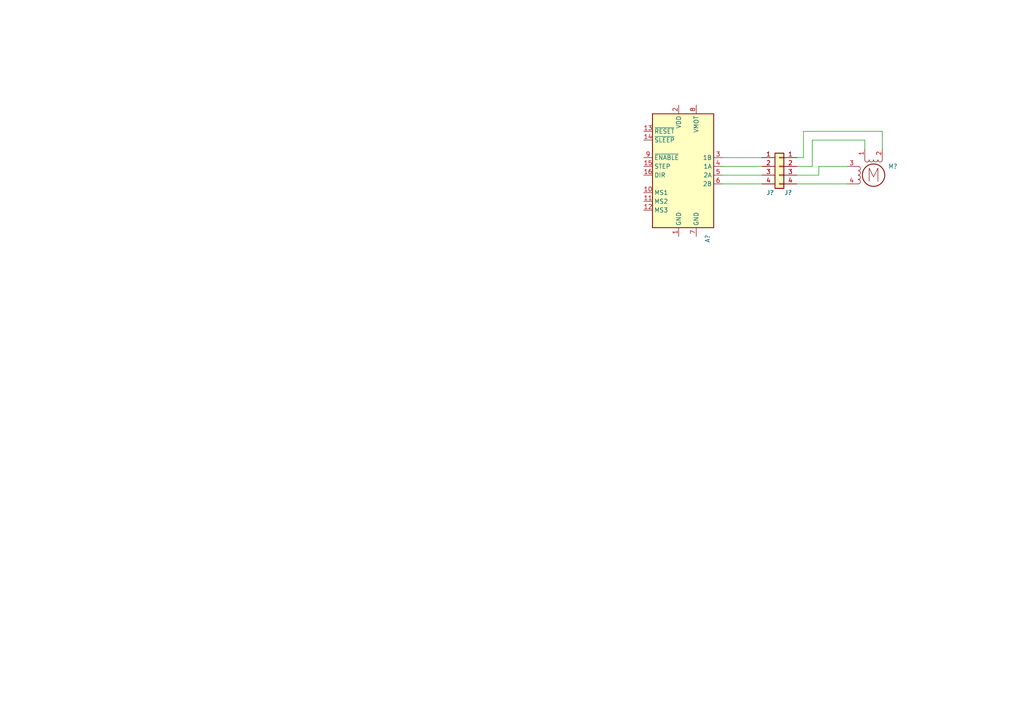
<source format=kicad_sch>
(kicad_sch (version 20211123) (generator eeschema)
  (paper "A4")
  (lib_symbols
    (symbol "Connector_Generic:Conn_01x04" (pin_names (offset 1.016) hide)
      (property "Reference" "J" (at 0 5.08 0))
      (property "Value" "Conn_01x04" (at 0 -7.62 0))
      (symbol "Conn_01x04_1_1"
        (rectangle (start -1.27 -4.953) (end 0 -5.207) (stroke (width 0.1524)))
        (rectangle (start -1.27 -2.413) (end 0 -2.667) (stroke (width 0.1524)))
        (rectangle (start -1.27 0.127) (end 0 -0.127) (stroke (width 0.1524)))
        (rectangle (start -1.27 2.667) (end 0 2.413) (stroke (width 0.1524)))
        (rectangle (start -1.27 3.81) (end 1.27 -6.35) (stroke (width 0.254)) (fill (type background)))
        (pin passive line (at -5.08 2.54 0) (length 3.81) (name "Pin_1") (number "1"))
        (pin passive line (at -5.08 0 0) (length 3.81) (name "Pin_2") (number "2"))
        (pin passive line (at -5.08 -2.54 0) (length 3.81) (name "Pin_3") (number "3"))
        (pin passive line (at -5.08 -5.08 0) (length 3.81) (name "Pin_4") (number "4"))
      )
    )
    (symbol "Driver_Motor:Pololu_Breakout_A4988"
      (property "Reference" "A" (at -2.54 19.05 0))
      (property "Value" "Pololu_Breakout_A4988" (at -2.54 16.51 0))
      (symbol "Pololu_Breakout_A4988_0_1"
        (rectangle (start 10.16 -17.78) (end -7.62 15.24) (stroke (width 0.254)) (fill (type background)))
      )
      (symbol "Pololu_Breakout_A4988_1_1"
        (pin power_in line (at 0 -20.32 90) (length 2.54) (name "GND") (number "1"))
        (pin input line (at -10.16 -7.62 0) (length 2.54) (name "MS1") (number "10"))
        (pin input line (at -10.16 -10.16 0) (length 2.54) (name "MS2") (number "11"))
        (pin input line (at -10.16 -12.7 0) (length 2.54) (name "MS3") (number "12"))
        (pin input line (at -10.16 10.16 0) (length 2.54) (name "~{RESET}") (number "13"))
        (pin input line (at -10.16 7.62 0) (length 2.54) (name "~{SLEEP}") (number "14"))
        (pin input line (at -10.16 0 0) (length 2.54) (name "STEP") (number "15"))
        (pin input line (at -10.16 -2.54 0) (length 2.54) (name "DIR") (number "16"))
        (pin power_in line (at 0 17.78 270) (length 2.54) (name "VDD") (number "2"))
        (pin output line (at 12.7 2.54 180) (length 2.54) (name "1B") (number "3"))
        (pin output line (at 12.7 0 180) (length 2.54) (name "1A") (number "4"))
        (pin output line (at 12.7 -2.54 180) (length 2.54) (name "2A") (number "5"))
        (pin output line (at 12.7 -5.08 180) (length 2.54) (name "2B") (number "6"))
        (pin power_in line (at 5.08 -20.32 90) (length 2.54) (name "GND") (number "7"))
        (pin power_in line (at 5.08 17.78 270) (length 2.54) (name "VMOT") (number "8"))
        (pin input line (at -10.16 2.54 0) (length 2.54) (name "~{ENABLE}") (number "9"))
      )
    )
    (symbol "Motor:Stepper_Motor_bipolar" (pin_names (offset 0) hide)
      (property "Reference" "M" (at 3.81 2.54 0))
      (property "Value" "Stepper_Motor_bipolar" (at 3.81 1.27 0))
      (symbol "Stepper_Motor_bipolar_0_0"
        (polyline (pts (xy -1.27 -1.778) (xy -1.27 2.032) (xy 0 -0.508) (xy 1.27 2.032) (xy 1.27 -1.778)))
      )
      (symbol "Stepper_Motor_bipolar_0_1"
        (arc (start -4.445 -2.54) (mid -3.81 -1.905) (end -4.445 -1.27))
        (arc (start -4.445 -1.27) (mid -3.81 -0.635) (end -4.445 0))
        (arc (start -4.445 0) (mid -3.81 0.635) (end -4.445 1.27))
        (arc (start -4.445 1.27) (mid -3.81 1.905) (end -4.445 2.54))
        (arc (start -2.54 4.445) (mid -1.905 3.81) (end -1.27 4.445))
        (arc (start -1.27 4.445) (mid -0.635 3.81) (end 0 4.445))
        (polyline (pts (xy -5.08 -2.54) (xy -4.445 -2.54)))
        (polyline (pts (xy -5.08 2.54) (xy -4.445 2.54)))
        (polyline (pts (xy -2.54 5.08) (xy -2.54 4.445)))
        (polyline (pts (xy 2.54 5.08) (xy 2.54 4.445)))
        (circle (center 0 0) (radius 3.2512) (stroke (width 0.254)))
        (arc (start 0 4.445) (mid 0.635 3.81) (end 1.27 4.445))
        (arc (start 1.27 4.445) (mid 1.905 3.81) (end 2.54 4.445))
      )
      (symbol "Stepper_Motor_bipolar_1_1"
        (pin passive line (at -2.54 7.62 270) (length 2.54) (name "~") (number "1"))
        (pin passive line (at 2.54 7.62 270) (length 2.54) (name "-") (number "2"))
        (pin passive line (at -7.62 2.54 0) (length 2.54) (name "~") (number "3"))
        (pin passive line (at -7.62 -2.54 0) (length 2.54) (name "~") (number "4"))
      )
    )
  )
  (wire (pts (xy 235.585 40.64) (xy 235.585 48.26)))
  (wire (pts (xy 233.045 38.1) (xy 255.905 38.1)))
  (wire (pts (xy 209.55 48.26) (xy 220.98 48.26)))
  (wire (pts (xy 235.585 48.26) (xy 231.14 48.26)))
  (wire (pts (xy 237.49 48.26) (xy 237.49 50.8)))
  (wire (pts (xy 250.825 40.64) (xy 250.825 43.18)))
  (wire (pts (xy 255.905 38.1) (xy 255.905 43.18)))
  (wire (pts (xy 209.55 53.34) (xy 220.98 53.34)))
  (wire (pts (xy 245.745 48.26) (xy 237.49 48.26)))
  (wire (pts (xy 237.49 50.8) (xy 231.14 50.8)))
  (wire (pts (xy 209.55 45.72) (xy 220.98 45.72)))
  (wire (pts (xy 245.745 53.34) (xy 231.14 53.34)))
  (wire (pts (xy 231.14 45.72) (xy 233.045 45.72)))
  (wire (pts (xy 209.55 50.8) (xy 220.98 50.8)))
  (wire (pts (xy 235.585 40.64) (xy 250.825 40.64)))
  (wire (pts (xy 233.045 38.1) (xy 233.045 45.72)))
  (symbol (lib_id "Connector_Generic:Conn_01x04") (at 226.06 48.26 0) (mirror y) (unit 1)
    (property "Reference" "J?" (at 228.6 55.88 0))
    (property "Value" "Conn_01x04" (effects hide))
  )
  (symbol (lib_id "Connector_Generic:Conn_01x04") (at 226.06 48.26 0) (unit 1)
    (property "Reference" "J?" (at 222.25 55.88 0) (effects (justify left)))
    (property "Value" "Conn_01x04" (effects hide))
  )
  (symbol (lib_id "Driver_Motor:Pololu_Breakout_A4988") (at 196.85 48.26 0) (unit 1)
    (property "Reference" "A?" (at 205.2195 69.215 90))
    (property "Value" "Pololu_Breakout_A4988" (effects hide))
    (property "Footprint" "Module:Pololu_Breakout-16_15.2x20.3mm" (effects hide))
    (property "Datasheet" "https://www.pololu.com/product/2980/pictures" (effects hide))
  )
  (symbol (lib_id "Motor:Stepper_Motor_bipolar") (at 253.365 50.8 0) (unit 1)
    (property "Reference" "M?" (at 260.35 48.26 0) (effects (justify right)))
    (property "Value" "Stepper_Motor_bipolar" (effects hide))
    (property "Datasheet" "http://www.infineon.com/dgdl/Application-Note-TLE8110EE_driving_UniPolarStepperMotor_V1.1.pdf?fileId=db3a30431be39b97011be5d0aa0a00b0" (effects hide))
  )
)
</source>
